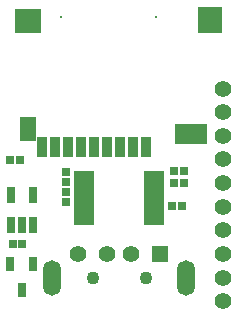
<source format=gbs>
G04*
G04 #@! TF.GenerationSoftware,Altium Limited,Altium Designer,20.2.6 (244)*
G04*
G04 Layer_Color=16711935*
%FSLAX44Y44*%
%MOMM*%
G71*
G04*
G04 #@! TF.SameCoordinates,B6B92F39-3B6A-451D-A712-2CEA1CBF15C8*
G04*
G04*
G04 #@! TF.FilePolarity,Negative*
G04*
G01*
G75*
%ADD57R,0.8032X1.3532*%
%ADD61R,0.7532X0.7332*%
%ADD68R,0.7532X0.7332*%
%ADD69R,0.7332X0.7532*%
%ADD70C,1.4032*%
%ADD71C,0.2032*%
%ADD72C,1.4200*%
%ADD73R,1.4200X1.4200*%
%ADD74C,1.1000*%
%ADD75O,1.5000X3.0000*%
%ADD93R,0.8032X1.3032*%
%ADD94R,0.9032X1.8032*%
%ADD95R,1.4032X2.0032*%
%ADD96R,2.7032X1.7032*%
%ADD97R,2.0032X2.2032*%
%ADD98R,2.2032X2.0032*%
%ADD99R,1.6782X0.6532*%
D57*
X27496Y-266703D02*
D03*
X17996D02*
D03*
X8496D02*
D03*
Y-240704D02*
D03*
X27496D02*
D03*
D61*
X154736Y-230526D02*
D03*
X146356D02*
D03*
X152958Y-250338D02*
D03*
X144578D02*
D03*
X154736Y-220879D02*
D03*
X146356D02*
D03*
X18157Y-282059D02*
D03*
X9777D02*
D03*
D68*
X16153Y-211197D02*
D03*
X7773D02*
D03*
D69*
X55313Y-221370D02*
D03*
Y-229750D02*
D03*
X55213Y-246874D02*
D03*
Y-238494D02*
D03*
D70*
X187880Y-330763D02*
D03*
Y-310763D02*
D03*
Y-290763D02*
D03*
Y-270763D02*
D03*
Y-250763D02*
D03*
Y-230763D02*
D03*
Y-210763D02*
D03*
Y-190763D02*
D03*
Y-150763D02*
D03*
Y-170763D02*
D03*
D71*
X51000Y-90010D02*
D03*
X131000D02*
D03*
D72*
X65000Y-290500D02*
D03*
X90000D02*
D03*
X110000D02*
D03*
D73*
X135000D02*
D03*
D74*
X77500Y-311500D02*
D03*
X122500D02*
D03*
D75*
X43000D02*
D03*
X157000D02*
D03*
D93*
X17465Y-321631D02*
D03*
X26965Y-299631D02*
D03*
X7965D02*
D03*
D94*
X123000Y-199990D02*
D03*
X112000D02*
D03*
X101000D02*
D03*
X90000D02*
D03*
X79000D02*
D03*
X68000D02*
D03*
X57000D02*
D03*
X46000D02*
D03*
X35000D02*
D03*
D95*
X23000Y-184990D02*
D03*
D96*
X161000Y-189520D02*
D03*
D97*
X177000Y-92910D02*
D03*
D98*
X23000Y-93910D02*
D03*
D99*
X129380Y-224234D02*
D03*
Y-230734D02*
D03*
Y-237234D02*
D03*
Y-243734D02*
D03*
Y-250234D02*
D03*
Y-256734D02*
D03*
Y-263234D02*
D03*
X70620D02*
D03*
Y-256734D02*
D03*
Y-250234D02*
D03*
Y-243734D02*
D03*
Y-237234D02*
D03*
Y-230734D02*
D03*
Y-224234D02*
D03*
M02*

</source>
